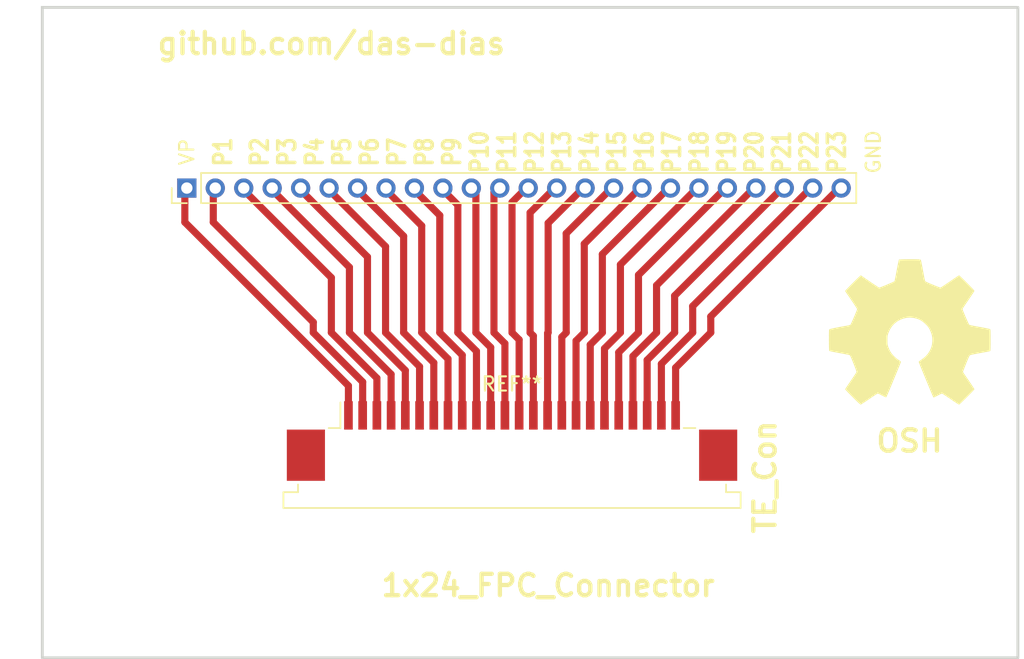
<source format=kicad_pcb>
(kicad_pcb (version 20211014) (generator pcbnew)
  (layers (0 "F.Cu" signal) (31 "B.Cu" signal) (34 "B.Paste" user) (35 "F.Paste" user) (36 "B.SilkS" user "B.Silkscreen") (37 "F.SilkS" user "F.Silkscreen") (38 "B.Mask" user) (39 "F.Mask" user) (44 "Edge.Cuts" user))
  (net 0 "")
  (footprint "MountingHole:MountingHole_2.1mm" (layer "F.Cu") (at 111.76 53.34)
    (fp_text reference "REF**" hide)
    (fp_text value "MountingHole_2.1mm")
    (pad "" np_thru_hole circle (at 0 0) (size 2.1 2.1) (drill 2.1) (layers *.Cu *.Mask))
  )
  (footprint "MountingHole:MountingHole_2.1mm" (layer "F.Cu") (at 167.64 53.34)
    (fp_text reference "REF**" hide)
    (fp_text value "MountingHole_2.1mm")
    (pad "" np_thru_hole circle (at 0 0) (size 2.1 2.1) (drill 2.1) (layers *.Cu *.Mask))
  )
  (footprint "Connector_PinHeader_2.00mm:PinHeader_1x24_P2.00mm_Vertical" (layer "F.Cu") (at 116.84 60.96 90)
    (fp_text reference "REF**" hide)
    (fp_text value "PinHeader_1x24_P2.00mm_Vertical")
    (fp_line (start 1.06 1) (end 1.06 47.06) (layer "F.SilkS") (width 0.12))
    (fp_line (start -1.06 -1.06) (end 0 -1.06) (layer "F.SilkS") (width 0.12))
    (fp_line (start -1.06 1) (end -1.06 47.06) (layer "F.SilkS") (width 0.12))
    (fp_line (start -1.06 0) (end -1.06 -1.06) (layer "F.SilkS") (width 0.12))
    (fp_line (start -1.06 1) (end 1.06 1) (layer "F.SilkS") (width 0.12))
    (fp_line (start -1.06 47.06) (end 1.06 47.06) (layer "F.SilkS") (width 0.12))
    (pad "1" thru_hole rect (at 0 0 90) (size 1.35 1.35) (drill 0.8) (layers *.Cu *.Mask))
    (pad "2" thru_hole oval (at 0 2 90) (size 1.35 1.35) (drill 0.8) (layers *.Cu *.Mask))
    (pad "3" thru_hole oval (at 0 4 90) (size 1.35 1.35) (drill 0.8) (layers *.Cu *.Mask))
    (pad "4" thru_hole oval (at 0 6 90) (size 1.35 1.35) (drill 0.8) (layers *.Cu *.Mask))
    (pad "5" thru_hole oval (at 0 8 90) (size 1.35 1.35) (drill 0.8) (layers *.Cu *.Mask))
    (pad "6" thru_hole oval (at 0 10 90) (size 1.35 1.35) (drill 0.8) (layers *.Cu *.Mask))
    (pad "7" thru_hole oval (at 0 12 90) (size 1.35 1.35) (drill 0.8) (layers *.Cu *.Mask))
    (pad "8" thru_hole oval (at 0 14 90) (size 1.35 1.35) (drill 0.8) (layers *.Cu *.Mask))
    (pad "9" thru_hole oval (at 0 16 90) (size 1.35 1.35) (drill 0.8) (layers *.Cu *.Mask))
    (pad "10" thru_hole oval (at 0 18 90) (size 1.35 1.35) (drill 0.8) (layers *.Cu *.Mask))
    (pad "11" thru_hole oval (at 0 20 90) (size 1.35 1.35) (drill 0.8) (layers *.Cu *.Mask))
    (pad "12" thru_hole oval (at 0 22 90) (size 1.35 1.35) (drill 0.8) (layers *.Cu *.Mask))
    (pad "13" thru_hole oval (at 0 24 90) (size 1.35 1.35) (drill 0.8) (layers *.Cu *.Mask))
    (pad "14" thru_hole oval (at 0 26 90) (size 1.35 1.35) (drill 0.8) (layers *.Cu *.Mask))
    (pad "15" thru_hole oval (at 0 28 90) (size 1.35 1.35) (drill 0.8) (layers *.Cu *.Mask))
    (pad "16" thru_hole oval (at 0 30 90) (size 1.35 1.35) (drill 0.8) (layers *.Cu *.Mask))
    (pad "17" thru_hole oval (at 0 32 90) (size 1.35 1.35) (drill 0.8) (layers *.Cu *.Mask))
    (pad "18" thru_hole oval (at 0 34 90) (size 1.35 1.35) (drill 0.8) (layers *.Cu *.Mask))
    (pad "19" thru_hole oval (at 0 36 90) (size 1.35 1.35) (drill 0.8) (layers *.Cu *.Mask))
    (pad "20" thru_hole oval (at 0 38 90) (size 1.35 1.35) (drill 0.8) (layers *.Cu *.Mask))
    (pad "21" thru_hole oval (at 0 40 90) (size 1.35 1.35) (drill 0.8) (layers *.Cu *.Mask))
    (pad "22" thru_hole oval (at 0 42 90) (size 1.35 1.35) (drill 0.8) (layers *.Cu *.Mask))
    (pad "23" thru_hole oval (at 0 44 90) (size 1.35 1.35) (drill 0.8) (layers *.Cu *.Mask))
    (pad "24" thru_hole oval (at 0 46 90) (size 1.35 1.35) (drill 0.8) (layers *.Cu *.Mask))
  )
  (footprint "MountingHole:MountingHole_2.1mm" (layer "F.Cu") (at 111.76 88.9)
    (fp_text reference "REF**" hide)
    (fp_text value "MountingHole_2.1mm")
    (pad "" np_thru_hole circle (at 0 0) (size 2.1 2.1) (drill 2.1) (layers *.Cu *.Mask))
  )
  (footprint "MountingHole:MountingHole_2.1mm" (layer "F.Cu") (at 167.64 88.9)
    (fp_text reference "REF**" hide)
    (fp_text value "MountingHole_2.1mm")
    (pad "" np_thru_hole circle (at 0 0) (size 2.1 2.1) (drill 2.1) (layers *.Cu *.Mask))
  )
  (footprint "Connector_FFC-FPC:TE_2-84952-4_1x24-1MP_P1.0mm_Horizontal" (layer "F.Cu") (at 139.7 78.74)
    (fp_text reference "REF**" (at 0 -4) (layer "F.SilkS"))
    (fp_text value "TE_2-84952-4_1x24-1MP_P1.0mm_Horizontal")
    (fp_line (start 15.045 3.6) (end 16.07 3.6) (layer "F.SilkS") (width 0.12))
    (fp_line (start -12.89 -0.91) (end -12.065 -0.91) (layer "F.SilkS") (width 0.12))
    (fp_line (start 15.045 3.06) (end 15.045 3.6) (layer "F.SilkS") (width 0.12))
    (fp_line (start 16.07 4.71) (end -16.07 4.71) (layer "F.SilkS") (width 0.12))
    (fp_line (start -15.045 3.6) (end -15.045 3.06) (layer "F.SilkS") (width 0.12))
    (fp_line (start -16.07 4.71) (end -16.07 3.6) (layer "F.SilkS") (width 0.12))
    (fp_line (start 16.07 3.6) (end 16.07 4.71) (layer "F.SilkS") (width 0.12))
    (fp_line (start -16.07 3.6) (end -15.045 3.6) (layer "F.SilkS") (width 0.12))
    (fp_line (start 12.065 -0.91) (end 12.89 -0.91) (layer "F.SilkS") (width 0.12))
    (fp_line (start -12.065 -0.91) (end -12.065 -2.71) (layer "F.SilkS") (width 0.12))
    (pad "1" smd rect (at -11.5 -1.8) (size 0.61 2) (layers "F.Cu" "F.Paste" "F.Mask"))
    (pad "2" smd rect (at -10.5 -1.8) (size 0.61 2) (layers "F.Cu" "F.Paste" "F.Mask"))
    (pad "3" smd rect (at -9.5 -1.8) (size 0.61 2) (layers "F.Cu" "F.Paste" "F.Mask"))
    (pad "4" smd rect (at -8.5 -1.8) (size 0.61 2) (layers "F.Cu" "F.Paste" "F.Mask"))
    (pad "5" smd rect (at -7.5 -1.8) (size 0.61 2) (layers "F.Cu" "F.Paste" "F.Mask"))
    (pad "6" smd rect (at -6.5 -1.8) (size 0.61 2) (layers "F.Cu" "F.Paste" "F.Mask"))
    (pad "7" smd rect (at -5.5 -1.8) (size 0.61 2) (layers "F.Cu" "F.Paste" "F.Mask"))
    (pad "8" smd rect (at -4.5 -1.8) (size 0.61 2) (layers "F.Cu" "F.Paste" "F.Mask"))
    (pad "9" smd rect (at -3.5 -1.8) (size 0.61 2) (layers "F.Cu" "F.Paste" "F.Mask"))
    (pad "10" smd rect (at -2.5 -1.8) (size 0.61 2) (layers "F.Cu" "F.Paste" "F.Mask"))
    (pad "11" smd rect (at -1.5 -1.8) (size 0.61 2) (layers "F.Cu" "F.Paste" "F.Mask"))
    (pad "12" smd rect (at -0.5 -1.8) (size 0.61 2) (layers "F.Cu" "F.Paste" "F.Mask"))
    (pad "13" smd rect (at 0.5 -1.8) (size 0.61 2) (layers "F.Cu" "F.Paste" "F.Mask"))
    (pad "14" smd rect (at 1.5 -1.8) (size 0.61 2) (layers "F.Cu" "F.Paste" "F.Mask"))
    (pad "15" smd rect (at 2.5 -1.8) (size 0.61 2) (layers "F.Cu" "F.Paste" "F.Mask"))
    (pad "16" smd rect (at 3.5 -1.8) (size 0.61 2) (layers "F.Cu" "F.Paste" "F.Mask"))
    (pad "17" smd rect (at 4.5 -1.8) (size 0.61 2) (layers "F.Cu" "F.Paste" "F.Mask"))
    (pad "18" smd rect (at 5.5 -1.8) (size 0.61 2) (layers "F.Cu" "F.Paste" "F.Mask"))
    (pad "19" smd rect (at 6.5 -1.8) (size 0.61 2) (layers "F.Cu" "F.Paste" "F.Mask"))
    (pad "20" smd rect (at 7.5 -1.8) (size 0.61 2) (layers "F.Cu" "F.Paste" "F.Mask"))
    (pad "21" smd rect (at 8.5 -1.8) (size 0.61 2) (layers "F.Cu" "F.Paste" "F.Mask"))
    (pad "22" smd rect (at 9.5 -1.8) (size 0.61 2) (layers "F.Cu" "F.Paste" "F.Mask"))
    (pad "23" smd rect (at 10.5 -1.8) (size 0.61 2) (layers "F.Cu" "F.Paste" "F.Mask"))
    (pad "24" smd rect (at 11.5 -1.8) (size 0.61 2) (layers "F.Cu" "F.Paste" "F.Mask"))
    (pad "MP" smd rect (at -14.49 1) (size 2.68 3.6) (layers "F.Cu" "F.Paste" "F.Mask"))
    (pad "MP" smd rect (at 14.49 1) (size 2.68 3.6) (layers "F.Cu" "F.Paste" "F.Mask"))
  )
  (footprint "logos:open_source_hardware_logo" (layer "F.Cu") (at 167.64 71.12)
    (fp_text reference "G***" hide)
    (fp_text value "LOGO" hide)
    (fp_poly (pts (xy 0.272494 -5.159458) (xy 0.41029 -5.15773) (xy 0.532865 -5.15495) (xy 0.634696 -5.151096) (xy 0.710258 -5.146143) (xy 0.754026 -5.140068) (xy 0.760328 -5.137927) (xy 0.772122 -5.131636) (xy 0.782627 -5.123294) (xy 0.792564 -5.109738) (xy 0.802654 -5.087803) (xy 0.813619 -5.054326) (xy 0.82618 -5.006143) (xy 0.841058 -4.940089) (xy 0.858973 -4.853001) (xy 0.880648 -4.741715) (xy 0.906803 -4.603066) (xy 0.938161 -4.43389) (xy 0.975441 -4.231024) (xy 1.009861 -4.043184) (xy 1.041819 -3.876204) (xy 1.069318 -3.74862) (xy 1.092447 -3.660054) (xy 1.111301 -3.610129) (xy 1.117966 -3.600593) (xy 1.144003 -3.585447) (xy 1.201253 -3.558182) (xy 1.283727 -3.521273) (xy 1.385436 -3.477192) (xy 1.500392 -3.428414) (xy 1.622606 -3.377412) (xy 1.746089 -3.32666) (xy 1.864853 -3.278632) (xy 1.972909 -3.235801) (xy 2.064268 -3.200641) (xy 2.132942 -3.175626) (xy 2.172941 -3.163229) (xy 2.178985 -3.162328) (xy 2.201119 -3.173346) (xy 2.252387 -3.204667) (xy 2.329013 -3.25381) (xy 2.42722 -3.31829) (xy 2.543229 -3.395625) (xy 2.673264 -3.48333) (xy 2.813546 -3.578923) (xy 2.833839 -3.592829) (xy 2.975151 -3.689297) (xy 3.106636 -3.778224) (xy 3.224534 -3.85713) (xy 3.325086 -3.923534) (xy 3.404531 -3.974957) (xy 3.45911 -4.008918) (xy 3.485064 -4.022938) (xy 3.486215 -4.023168) (xy 3.507763 -4.009312) (xy 3.553076 -3.970319) (xy 3.618325 -3.910056) (xy 3.69968 -3.832386) (xy 3.793312 -3.741175) (xy 3.895392 -3.640287) (xy 4.002089 -3.533587) (xy 4.109574 -3.424941) (xy 4.214018 -3.318213) (xy 4.311591 -3.217268) (xy 4.398464 -3.125971) (xy 4.470808 -3.048186) (xy 4.524792 -2.98778) (xy 4.556588 -2.948616) (xy 4.563593 -2.935828) (xy 4.552573 -2.911192) (xy 4.521214 -2.85766) (xy 4.472068 -2.779176) (xy 4.407687 -2.679683) (xy 4.330621 -2.563128) (xy 4.243424 -2.433454) (xy 4.150881 -2.297855) (xy 4.055975 -2.15921) (xy 3.968273 -2.03) (xy 3.890385 -1.914152) (xy 3.82492 -1.815595) (xy 3.774489 -1.738259) (xy 3.741701 -1.686072) (xy 3.729214 -1.663158) (xy 3.734579 -1.636285) (xy 3.754072 -1.578697) (xy 3.785252 -1.496122) (xy 3.825679 -1.394287) (xy 3.872913 -1.278918) (xy 3.924515 -1.155743) (xy 3.978044 -1.03049) (xy 4.03106 -0.908886) (xy 4.081123 -0.796657) (xy 4.125793 -0.699532) (xy 4.16263 -0.623238) (xy 4.189194 -0.573502) (xy 4.200158 -0.55776) (xy 4.235596 -0.540137) (xy 4.309338 -0.518639) (xy 4.419886 -0.493641) (xy 4.565739 -0.465516) (xy 4.583609 -0.462294) (xy 4.845445 -0.414975) (xy 5.068996 -0.373681) (xy 5.255513 -0.33816) (xy 5.406247 -0.308155) (xy 5.522448 -0.283412) (xy 5.605369 -0.263677) (xy 5.656258 -0.248693) (xy 5.674754 -0.239952) (xy 5.682573 -0.22862) (xy 5.688928 -0.206417) (xy 5.693963 -0.169623) (xy 5.697821 -0.114518) (xy 5.700646 -0.03738) (xy 5.702582 0.065509) (xy 5.703771 0.197871) (xy 5.704359 0.363425) (xy 5.704491 0.530417) (xy 5.704181 0.73411) (xy 5.703184 0.900839) (xy 5.7014 1.033669) (xy 5.698728 1.135662) (xy 5.695068 1.209883) (xy 5.690321 1.259394) (xy 5.684385 1.287261) (xy 5.679472 1.295528) (xy 5.65068 1.306649) (xy 5.591308 1.322234) (xy 5.510257 1.340145) (xy 5.424271 1.356825) (xy 5.170931 1.403086) (xy 4.954496 1.443007) (xy 4.772429 1.477098) (xy 4.622191 1.505866) (xy 4.501247 1.52982) (xy 4.407059 1.549469) (xy 4.337091 1.565322) (xy 4.288804 1.577886) (xy 4.259662 1.58767) (xy 4.250922 1.592022) (xy 4.230601 1.616767) (xy 4.200041 1.672493) (xy 4.158589 1.760635) (xy 4.105594 1.882629) (xy 4.040403 2.039908) (xy 3.985675 2.175487) (xy 3.929606 2.316354) (xy 3.878713 2.4457) (xy 3.83484 2.558724) (xy 3.799825 2.650629) (xy 3.775513 2.716615) (xy 3.763742 2.751883) (xy 3.762924 2.755982) (xy 3.773686 2.781726) (xy 3.802645 2.831915) (xy 3.844868 2.898324) (xy 3.87698 2.946132) (xy 4.024339 3.161293) (xy 4.150331 3.345749) (xy 4.256408 3.501686) (xy 4.344019 3.631292) (xy 4.414613 3.736754) (xy 4.469642 3.820259) (xy 4.510554 3.883995) (xy 4.538799 3.930149) (xy 4.555828 3.960908) (xy 4.56309 3.97846) (xy 4.563593 3.981929) (xy 4.549791 4.00359) (xy 4.510951 4.049119) (xy 4.450924 4.114668) (xy 4.373558 4.196392) (xy 4.282705 4.290442) (xy 4.182213 4.392974) (xy 4.075934 4.500141) (xy 3.967715 4.608095) (xy 3.861409 4.712992) (xy 3.760864 4.810984) (xy 3.66993 4.898224) (xy 3.592457 4.970867) (xy 3.532295 5.025065) (xy 3.493294 5.056973) (xy 3.480574 5.063987) (xy 3.456994 5.053) (xy 3.404615 5.021801) (xy 3.327503 4.97303) (xy 3.229725 4.90933) (xy 3.11535 4.83334) (xy 2.988444 4.747703) (xy 2.890248 4.680628) (xy 2.756269 4.589205) (xy 2.63145 4.505093) (xy 2.519941 4.431007) (xy 2.425891 4.369663) (xy 2.35345 4.323773) (xy 2.306768 4.296055) (xy 2.291468 4.288879) (xy 2.257465 4.295216) (xy 2.194452 4.320082) (xy 2.107607 4.36118) (xy 2.002108 4.416211) (xy 1.991375 4.422042) (xy 1.898079 4.472025) (xy 1.81622 4.514264) (xy 1.752661 4.545339) (xy 1.714262 4.561834) (xy 1.707191 4.563593) (xy 1.698566 4.563115) (xy 1.690148 4.559422) (xy 1.680378 4.549124) (xy 1.667695 4.528832) (xy 1.650539 4.495156) (xy 1.627349 4.444708) (xy 1.596567 4.374097) (xy 1.556631 4.279936) (xy 1.505982 4.158833) (xy 1.443059 4.0074) (xy 1.369534 3.830046) (xy 1.244966 3.529353) (xy 1.13498 3.26354) (xy 1.038746 3.030541) (xy 0.955431 2.828289) (xy 0.884205 2.65472) (xy 0.824236 2.507768) (xy 0.774693 2.385367) (xy 0.734744 2.285451) (xy 0.703558 2.205955) (xy 0.680305 2.144813) (xy 0.664152 2.09996) (xy 0.654268 2.069329) (xy 0.649822 2.050855) (xy 0.649982 2.042473) (xy 0.65006 2.042339) (xy 0.670223 2.024101) (xy 0.7163 1.988589) (xy 0.781168 1.941145) (xy 0.848186 1.893736) (xy 1.024949 1.760704) (xy 1.169727 1.62844) (xy 1.28962 1.489069) (xy 1.39173 1.334713) (xy 1.450267 1.225945) (xy 1.534836 1.022152) (xy 1.586141 0.811826) (xy 1.606649 0.584491) (xy 1.607101 0.560441) (xy 1.600332 0.36628) (xy 1.572544 0.189192) (xy 1.520514 0.015239) (xy 1.441018 -0.169515) (xy 1.435846 -0.180142) (xy 1.386082 -0.277728) (xy 1.340428 -0.354789) (xy 1.290109 -0.423449) (xy 1.226351 -0.495833) (xy 1.151892 -0.572507) (xy 0.991559 -0.719079) (xy 0.832199 -0.833005) (xy 0.664463 -0.920318) (xy 0.538407 -0.968385) (xy 0.290066 -1.032018) (xy 0.04539 -1.055852) (xy -0.196524 -1.039827) (xy -0.436577 -0.983885) (xy -0.670528 -0.890454) (xy -0.887726 -0.764641) (xy -1.077479 -0.609743) (xy -1.239521 -0.426063) (xy -1.37359 -0.213906) (xy -1.479422 0.026427) (xy -1.487425 0.049058) (xy -1.511932 0.121886) (xy -1.529069 0.182048) (xy -1.540136 0.239569) (xy -1.546434 0.304469) (xy -1.549264 0.386772) (xy -1.549927 0.4965) (xy -1.549905 0.530417) (xy -1.549249 0.649549) (xy -1.54674 0.738882) (xy -1.541058 0.808648) (xy -1.530884 0.869077) (xy -1.514899 0.930398) (xy -1.491785 1.002841) (xy -1.487251 1.016403) (xy -1.389801 1.248349) (xy -1.259275 1.460405) (xy -1.094665 1.653764) (xy -0.894966 1.829618) (xy -0.675532 1.979314) (xy -0.629579 2.013187) (xy -0.603057 2.044336) (xy -0.600473 2.053288) (xy -0.601625 2.062119) (xy -0.605714 2.07729) (xy -0.613685 2.101141) (xy -0.626486 2.136012) (xy -0.645064 2.184243) (xy -0.670367 2.248175) (xy -0.703341 2.330147) (xy -0.744933 2.432499) (xy -0.796091 2.557571) (xy -0.857761 2.707704) (xy -0.93089 2.885237) (xy -1.016427 3.092511) (xy -1.115317 3.331865) (xy -1.228507 3.60564) (xy -1.239764 3.63286) (xy -1.313624 3.810685) (xy -1.383583 3.977643) (xy -1.448029 4.129984) (xy -1.505346 4.263962) (xy -1.553921 4.375827) (xy -1.592139 4.461831) (xy -1.618387 4.518227) (xy -1.630961 4.541179) (xy -1.646194 4.549416) (xy -1.67119 4.54783) (xy -1.711384 4.534336) (xy -1.772205 4.506848) (xy -1.859089 4.463281) (xy -1.930703 4.426089) (xy -2.027178 4.376565) (xy -2.112602 4.334503) (xy -2.180078 4.30316) (xy -2.22271 4.285796) (xy -2.232707 4.283372) (xy -2.255583 4.294354) (xy -2.307334 4.325556) (xy -2.383958 4.374364) (xy -2.481451 4.438164) (xy -2.595808 4.514341) (xy -2.723026 4.600282) (xy -2.830456 4.67368) (xy -2.965401 4.765602) (xy -3.091058 4.849816) (xy -3.203358 4.923699) (xy -3.298227 4.984627) (xy -3.371594 5.029979) (xy -3.419389 5.05713) (xy -3.436351 5.063987) (xy -3.459857 5.049959) (xy -3.508696 5.009404) (xy -3.580416 4.944616) (xy -3.672568 4.857888) (xy -3.782701 4.751514) (xy -3.908364 4.627788) (xy -3.998651 4.537704) (xy -4.117631 4.417733) (xy -4.227163 4.305979) (xy -4.324115 4.205735) (xy -4.405357 4.120298) (xy -4.467758 4.052961) (xy -4.508185 4.00702) (xy -4.523509 3.98577) (xy -4.523562 3.985346) (xy -4.512573 3.963263) (xy -4.481344 3.912266) (xy -4.432477 3.836313) (xy -4.368579 3.739363) (xy -4.292253 3.625372) (xy -4.206103 3.498301) (xy -4.12972 3.386773) (xy -4.036895 3.250914) (xy -3.951361 3.12395) (xy -3.875808 3.010009) (xy -3.812925 2.913221) (xy -3.765401 2.837715) (xy -3.735927 2.787623) (xy -3.727151 2.768628) (xy -3.732121 2.736512) (xy -3.751725 2.670756) (xy -3.784841 2.574519) (xy -3.830343 2.45096) (xy -3.887107 2.303238) (xy -3.943613 2.160434) (xy -4.012205 1.990482) (xy -4.068306 1.85486) (xy -4.113387 1.750377) (xy -4.148919 1.673846) (xy -4.176374 1.622076) (xy -4.197223 1.59188) (xy -4.211075 1.5807) (xy -4.242433 1.572242) (xy -4.306973 1.558026) (xy -4.398463 1.539311) (xy -4.510673 1.517354) (xy -4.637372 1.493415) (xy -4.703704 1.481188) (xy -4.924185 1.440688) (xy -5.108343 1.40637) (xy -5.259299 1.377563) (xy -5.380169 1.353596) (xy -5.474072 1.333798) (xy -5.544128 1.317497) (xy -5.593455 1.304022) (xy -5.62517 1.292702) (xy -5.642393 1.282866) (xy -5.646557 1.278276) (xy -5.650546 1.252561) (xy -5.654227 1.191505) (xy -5.65749 1.099798) (xy -5.660225 0.982131) (xy -5.662321 0.843194) (xy -5.663668 0.687677) (xy -5.664154 0.529239) (xy -5.663908 0.328008) (xy -5.662909 0.163579) (xy -5.661051 0.032726) (xy -5.658226 -0.067776) (xy -5.654327 -0.141153) (xy -5.649245 -0.190629) (xy -5.642872 -0.21943) (xy -5.638907 -0.227453) (xy -5.610492 -0.242228) (xy -5.543046 -0.262658) (xy -5.437152 -0.288622) (xy -5.293394 -0.319998) (xy -5.112352 -0.356665) (xy -4.89461 -0.398499) (xy -4.640751 -0.445381) (xy -4.351355 -0.497188) (xy -4.32767 -0.501369) (xy -4.252508 -0.516809) (xy -4.191148 -0.533391) (xy -4.155945 -0.547731) (xy -4.154517 -0.548767) (xy -4.139175 -0.572869) (xy -4.111237 -0.628265) (xy -4.073192 -0.709171) (xy -4.027524 -0.809799) (xy -3.976723 -0.924363) (xy -3.923274 -1.047076) (xy -3.869665 -1.172153) (xy -3.818382 -1.293807) (xy -3.771913 -1.406252) (xy -3.732745 -1.503701) (xy -3.703365 -1.580367) (xy -3.686259 -1.630465) (xy -3.6829 -1.646055) (xy -3.694394 -1.673649) (xy -3.728181 -1.732193) (xy -3.783217 -1.820113) (xy -3.858458 -1.935832) (xy -3.952863 -2.077777) (xy -4.065386 -2.24437) (xy -4.194986 -2.434037) (xy -4.340618 -2.645201) (xy -4.427438 -2.770318) (xy -4.471558 -2.836244) (xy -4.505009 -2.890935) (xy -4.522322 -2.925274) (xy -4.523562 -2.930583) (xy -4.509848 -2.949658) (xy -4.471236 -2.992853) (xy -4.411522 -3.056376) (xy -4.334499 -3.13643) (xy -4.243964 -3.229223) (xy -4.143712 -3.330961) (xy -4.037536 -3.437849) (xy -3.929233 -3.546093) (xy -3.822598 -3.651899) (xy -3.721425 -3.751473) (xy -3.629509 -3.841021) (xy -3.550647 -3.916749) (xy -3.488632 -3.974863) (xy -3.447259 -4.011569) (xy -3.430702 -4.023168) (xy -3.405266 -4.012312) (xy -3.356506 -3.983403) (xy -3.293477 -3.941932) (xy -3.270712 -3.926161) (xy -3.131455 -3.828996) (xy -2.987527 -3.729572) (xy -2.842841 -3.630503) (xy -2.70131 -3.534403) (xy -2.566845 -3.443884) (xy -2.443358 -3.361561) (xy -2.334762 -3.290047) (xy -2.24497 -3.231955) (xy -2.177893 -3.1899) (xy -2.137443 -3.166495) (xy -2.127588 -3.162491) (xy -2.096307 -3.170084) (xy -2.035388 -3.191241) (xy -1.950574 -3.223522) (xy -1.847605 -3.264489) (xy -1.732221 -3.311706) (xy -1.610164 -3.362734) (xy -1.487174 -3.415136) (xy -1.368993 -3.466473) (xy -1.261362 -3.514308) (xy -1.170021 -3.556203) (xy -1.100711 -3.58972) (xy -1.059173 -3.612421) (xy -1.049814 -3.620151) (xy -1.043147 -3.646746) (xy -1.030104 -3.708109) (xy -1.01159 -3.799645) (xy -0.98851 -3.916756) (xy -0.96177 -4.054848) (xy -0.932275 -4.209325) (xy -0.900931 -4.375591) (xy -0.899924 -4.380965) (xy -0.86834 -4.547053) (xy -0.838138 -4.701036) (xy -0.810271 -4.8384) (xy -0.785698 -4.954625) (xy -0.765372 -5.045196) (xy -0.750252 -5.105597) (xy -0.741291 -5.13131) (xy -0.741072 -5.131556) (xy -0.714888 -5.138237) (xy -0.654205 -5.144078) (xy -0.564548 -5.149055) (xy -0.451441 -5.153144) (xy -0.320408 -5.156322) (xy -0.176974 -5.158566) (xy -0.026662 -5.159852) (xy 0.125001 -5.160157)) (layer "F.SilkS") (width 0) (fill solid))
  )
  (gr_rect (start 175.26 48.26) (end 106.68 93.98) (layer "Edge.Cuts") (width 0.2) (fill none))
  (gr_text "TE_Con\n" (at 157.48 81.28 90) (layer "F.SilkS") (effects (font (size 1.5 1.5) (thickness 0.3))))
  (gr_text "github.com/das-dias" (at 127 50.8) (layer "F.SilkS") (effects (font (size 1.5 1.5) (thickness 0.3))))
  (gr_text "P1\n" (at 119.38 58.42 90) (layer "F.SilkS") (effects (font (size 1.2 1) (thickness 0.25))))
  (gr_text "VP" (at 116.84 58.42 90) (layer "F.SilkS") (effects (font (size 1 1))))
  (gr_text "1x24_FPC_Connector\n" (at 142.24 88.9) (layer "F.SilkS") (effects (font (size 1.5 1.5) (thickness 0.3))))
  (gr_text "GND" (at 165.1 58.42 90) (layer "F.SilkS") (effects (font (size 1 1))))
  (gr_text "P2\nP3\nP4\nP5\nP6\nP7\nP8\nP9\nP10\nP11\nP12\nP13\nP14\nP15\nP16\nP17\nP18\nP19\nP20\nP21\nP22\nP23" (at 142.24 58.42 90) (layer "F.SilkS") (effects (font (size 1.2 1) (thickness 0.25))))
  (gr_text "OSH\n" (at 167.64 78.74) (layer "F.SilkS") (effects (font (size 1.5 1.5) (thickness 0.3))))
  (segment (start 144.78 71.12) (end 144.78 64.88) (width 0.5) (layer "F.Cu") (net 0))
  (segment (start 152.4 69.26) (end 160.7 60.96) (width 0.5) (layer "F.Cu") (net 0))
  (segment (start 140.2 76.94) (end 140.199999 71.619999) (width 0.5) (layer "F.Cu") (net 0))
  (segment (start 141.2 71.35) (end 140.97 71.12) (width 0.5) (layer "F.Cu") (net 0))
  (segment (start 137.16 71.12) (end 137.16 61.42) (width 0.5) (layer "F.Cu") (net 0))
  (segment (start 148.2 72.78) (end 149.86 71.12) (width 0.5) (layer "F.Cu") (net 0))
  (segment (start 139.2 76.94) (end 139.2 71.89) (width 0.5) (layer "F.Cu") (net 0))
  (segment (start 145.2 71.97) (end 146.05 71.12) (width 0.5) (layer "F.Cu") (net 0))
  (segment (start 151.2 76.94) (end 151.2 73.59) (width 0.5) (layer "F.Cu") (net 0))
  (segment (start 128.2 74.86) (end 128.2 76.94) (width 0.5) (layer "F.Cu") (net 0))
  (segment (start 147.2 76.94) (end 147.2 72.51) (width 0.5) (layer "F.Cu") (net 0))
  (segment (start 130.2 76.86) (end 130.2 74.32) (width 0.5) (layer "F.Cu") (net 0))
  (segment (start 150.2 76.94) (end 150.2 73.32) (width 0.5) (layer "F.Cu") (net 0))
  (segment (start 151.13 71.12) (end 151.13 68.53) (width 0.5) (layer "F.Cu") (net 0))
  (segment (start 146.05 71.12) (end 146.05 65.61) (width 0.5) (layer "F.Cu") (net 0))
  (segment (start 129.54 65.8) (end 124.7 60.96) (width 0.5) (layer "F.Cu") (net 0))
  (segment (start 147.2 72.51) (end 148.59 71.12) (width 0.5) (layer "F.Cu") (net 0))
  (segment (start 151.13 68.53) (end 158.7 60.96) (width 0.5) (layer "F.Cu") (net 0))
  (segment (start 137.2 76.94) (end 137.2 72.43) (width 0.5) (layer "F.Cu") (net 0))
  (segment (start 139.7 71.12) (end 139.7 61.96) (width 0.5) (layer "F.Cu") (net 0))
  (segment (start 130.2 74.32) (end 127 71.12) (width 0.5) (layer "F.Cu") (net 0))
  (segment (start 130.81 65.07) (end 126.7 60.96) (width 0.5) (layer "F.Cu") (net 0))
  (segment (start 134.62 71.12) (end 134.62 62.88) (width 0.5) (layer "F.Cu") (net 0))
  (segment (start 134.62 62.88) (end 132.7 60.96) (width 0.5) (layer "F.Cu") (net 0))
  (segment (start 132.08 64.34) (end 128.7 60.96) (width 0.5) (layer "F.Cu") (net 0))
  (segment (start 149.86 71.12) (end 149.86 67.8) (width 0.5) (layer "F.Cu") (net 0))
  (segment (start 140.97 71.12) (end 140.97 62.69) (width 0.5) (layer "F.Cu") (net 0))
  (segment (start 136.2 76.94) (end 136.2 72.7) (width 0.5) (layer "F.Cu") (net 0))
  (segment (start 138.43 61.23) (end 138.7 60.96) (width 0.5) (layer "F.Cu") (net 0))
  (segment (start 142.24 71.12) (end 142.24 63.42) (width 0.5) (layer "F.Cu") (net 0))
  (segment (start 127 71.12) (end 127 67.26) (width 0.5) (layer "F.Cu") (net 0))
  (segment (start 131.2 74.05) (end 128.27 71.12) (width 0.5) (layer "F.Cu") (net 0))
  (segment (start 142.24 63.42) (end 144.7 60.96) (width 0.5) (layer "F.Cu") (net 0))
  (segment (start 138.2 76.94) (end 138.2 72.16) (width 0.5) (layer "F.Cu") (net 0))
  (segment (start 116.7 63.36) (end 128.2 74.86) (width 0.5) (layer "F.Cu") (net 0))
  (segment (start 133.35 71.12) (end 133.35 63.61) (width 0.5) (layer "F.Cu") (net 0))
  (segment (start 147.32 71.12) (end 147.32 66.34) (width 0.5) (layer "F.Cu") (net 0))
  (segment (start 143.2 76.94) (end 143.2 71.43) (width 0.5) (layer "F.Cu") (net 0))
  (segment (start 143.51 64.15) (end 146.7 60.96) (width 0.5) (layer "F.Cu") (net 0))
  (segment (start 132.08 71.12) (end 132.08 64.34) (width 0.5) (layer "F.Cu") (net 0))
  (segment (start 116.7 60.96) (end 116.7 63.36) (width 0.5) (layer "F.Cu") (net 0))
  (segment (start 153.67 71.12) (end 153.67 69.99) (width 0.5) (layer "F.Cu") (net 0))
  (segment (start 132.2 76.94) (end 132.2 73.78) (width 0.5) (layer "F.Cu") (net 0))
  (segment (start 137.2 72.43) (end 135.89 71.12) (width 0.5) (layer "F.Cu") (net 0))
  (segment (start 148.59 71.12) (end 148.59 67.07) (width 0.5) (layer "F.Cu") (net 0))
  (segment (start 133.35 63.61) (end 130.7 60.96) (width 0.5) (layer "F.Cu") (net 0))
  (segment (start 150.2 73.32) (end 152.4 71.12) (width 0.5) (layer "F.Cu") (net 0))
  (segment (start 129.2 76.54) (end 129.2 74.59) (width 0.5) (layer "F.Cu") (net 0))
  (segment (start 132.2 73.78) (end 129.54 71.12) (width 0.5) (layer "F.Cu") (net 0))
  (segment (start 134.2 76.94) (end 134.2 73.24) (width 0.5) (layer "F.Cu") (net 0))
  (segment (start 133.2 73.51) (end 130.81 71.12) (width 0.5) (layer "F.Cu") (net 0))
  (segment (start 140.97 62.69) (end 142.7 60.96) (width 0.5) (layer "F.Cu") (net 0))
  (segment (start 143.2 71.43) (end 143.51 71.12) (width 0.5) (layer "F.Cu") (net 0))
  (segment (start 140.199999 71.619999) (end 139.7 71.12) (width 0.5) (layer "F.Cu") (net 0))
  (segment (start 135.2 72.97) (end 133.35 71.12) (width 0.5) (layer "F.Cu") (net 0))
  (segment (start 128.27 71.12) (end 128.27 66.53) (width 0.5) (layer "F.Cu") (net 0))
  (segment (start 127 67.26) (end 120.7 60.96) (width 0.5) (layer "F.Cu") (net 0))
  (segment (start 144.78 64.88) (end 148.7 60.96) (width 0.5) (layer "F.Cu") (net 0))
  (segment (start 138.43 71.12) (end 138.43 61.23) (width 0.5) (layer "F.Cu") (net 0))
  (segment (start 139.7 61.96) (end 140.7 60.96) (width 0.5) (layer "F.Cu") (net 0))
  (segment (start 151.2 73.59) (end 153.67 71.12) (width 0.5) (layer "F.Cu") (net 0))
  (segment (start 149.2 73.05) (end 151.13 71.12) (width 0.5) (layer "F.Cu") (net 0))
  (segment (start 118.7 63.36) (end 118.7 60.96) (width 0.5) (layer "F.Cu") (net 0))
  (segment (start 146.05 65.61) (end 150.7 60.96) (width 0.5) (layer "F.Cu") (net 0))
  (segment (start 145.2 76.94) (end 145.2 71.97) (width 0.5) (layer "F.Cu") (net 0))
  (segment (start 131.2 76.94) (end 131.2 74.05) (width 0.5) (layer "F.Cu") (net 0))
  (segment (start 129.54 71.12) (end 129.54 65.8) (width 0.5) (layer "F.Cu") (net 0))
  (segment (start 130.81 71.12) (end 130.81 65.07) (width 0.5) (layer "F.Cu") (net 0))
  (segment (start 128.27 66.53) (end 122.7 60.96) (width 0.5) (layer "F.Cu") (net 0))
  (segment (start 142.2 76.94) (end 142.2 71.16) (width 0.5) (layer "F.Cu") (net 0))
  (segment (start 130.2 76.94) (end 130.2 76.86) (width 0.5) (layer "F.Cu") (net 0))
  (segment (start 149.2 76.94) (end 149.2 73.05) (width 0.5) (layer "F.Cu") (net 0))
  (segment (start 146.2 76.94) (end 146.2 72.24) (width 0.5) (layer "F.Cu") (net 0))
  (segment (start 135.2 76.94) (end 135.2 72.97) (width 0.5) (layer "F.Cu") (net 0))
  (segment (start 148.2 76.94) (end 148.2 72.78) (width 0.5) (layer "F.Cu") (net 0))
  (segment (start 147.32 66.34) (end 152.7 60.96) (width 0.5) (layer "F.Cu") (net 0))
  (segment (start 144.2 76.94) (end 144.2 71.7) (width 0.5) (layer "F.Cu") (net 0))
  (segment (start 138.2 72.16) (end 137.16 71.12) (width 0.5) (layer "F.Cu") (net 0))
  (segment (start 142.2 71.16) (end 142.24 71.12) (width 0.5) (layer "F.Cu") (net 0))
  (segment (start 135.89 71.12) (end 135.89 62.15) (width 0.5) (layer "F.Cu") (net 0))
  (segment (start 133.2 76.94) (end 133.2 73.51) (width 0.5) (layer "F.Cu") (net 0))
  (segment (start 153.67 69.99) (end 162.7 60.96) (width 0.5) (layer "F.Cu") (net 0))
  (segment (start 135.89 62.15) (end 134.7 60.96) (width 0.5) (layer "F.Cu") (net 0))
  (segment (start 136.2 72.7) (end 134.62 71.12) (width 0.5) (layer "F.Cu") (net 0))
  (segment (start 149.86 67.8) (end 156.7 60.96) (width 0.5) (layer "F.Cu") (net 0))
  (segment (start 146.2 72.24) (end 147.32 71.12) (width 0.5) (layer "F.Cu") (net 0))
  (segment (start 152.4 71.12) (end 152.4 69.26) (width 0.5) (layer "F.Cu") (net 0))
  (segment (start 125.73 70.39) (end 118.7 63.36) (width 0.5) (layer "F.Cu") (net 0))
  (segment (start 129.2 74.59) (end 125.73 71.12) (width 0.5) (layer "F.Cu") (net 0))
  (segment (start 129.2 76.94) (end 129.2 76.54) (width 0.5) (layer "F.Cu") (net 0))
  (segment (start 144.2 71.7) (end 144.78 71.12) (width 0.5) (layer "F.Cu") (net 0))
  (segment (start 141.2 76.94) (end 141.2 71.35) (width 0.5) (layer "F.Cu") (net 0))
  (segment (start 148.59 67.07) (end 154.7 60.96) (width 0.5) (layer "F.Cu") (net 0))
  (segment (start 139.2 71.89) (end 138.43 71.12) (width 0.5) (layer "F.Cu") (net 0))
  (segment (start 137.16 61.42) (end 136.7 60.96) (width 0.5) (layer "F.Cu") (net 0))
  (segment (start 143.51 71.12) (end 143.51 64.15) (width 0.5) (layer "F.Cu") (net 0))
  (segment (start 134.2 73.24) (end 132.08 71.12) (width 0.5) (layer "F.Cu") (net 0))
  (segment (start 125.73 71.12) (end 125.73 70.39) (width 0.5) (layer "F.Cu") (net 0))
)
</source>
